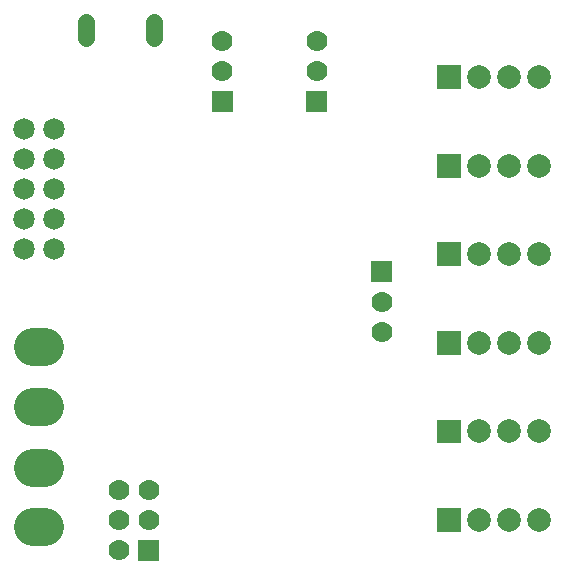
<source format=gbs>
G04 Layer: BottomSolderMaskLayer*
G04 EasyEDA v6.2.46, 2019-11-01T12:43:08+01:00*
G04 778d866c1a174c42a2ea303962b88bf4,d54f43e133bf43b298e367d61d3b1b7b,10*
G04 Gerber Generator version 0.2*
G04 Scale: 100 percent, Rotated: No, Reflected: No *
G04 Dimensions in millimeters *
G04 leading zeros omitted , absolute positions ,3 integer and 3 decimal *
%FSLAX33Y33*%
%MOMM*%
G90*
G71D02*

%ADD41C,3.203194*%
%ADD43C,1.403198*%
%ADD44C,1.778000*%
%ADD51C,2.003196*%
%ADD58C,1.827200*%

%LPD*%
G54D41*
G01X3499Y3880D02*
G01X4499Y3880D01*
G01X3499Y8879D02*
G01X4499Y8879D01*
G01X3499Y14040D02*
G01X4499Y14040D01*
G01X3499Y19120D02*
G01X4499Y19120D01*
G54D43*
G01X13699Y45300D02*
G01X13699Y46700D01*
G01X7999Y45300D02*
G01X7999Y46700D01*
G54D44*
G01X27499Y45040D03*
G01X27499Y42500D03*
G36*
G01X26611Y39072D02*
G01X26611Y40850D01*
G01X28389Y40850D01*
G01X28389Y39072D01*
G01X26611Y39072D01*
G37*
G01X19499Y45040D03*
G01X19499Y42500D03*
G36*
G01X18610Y39072D02*
G01X18610Y40850D01*
G01X20388Y40850D01*
G01X20388Y39072D01*
G01X18610Y39072D01*
G37*
G01X32999Y20460D03*
G01X32999Y23000D03*
G36*
G01X32110Y24650D02*
G01X32110Y26428D01*
G01X33888Y26428D01*
G01X33888Y24650D01*
G01X32110Y24650D01*
G37*
G36*
G01X37688Y40998D02*
G01X37688Y43002D01*
G01X39690Y43002D01*
G01X39690Y40998D01*
G01X37688Y40998D01*
G37*
G54D51*
G01X41229Y42000D03*
G01X43769Y42000D03*
G01X46309Y42000D03*
G36*
G01X37688Y33500D02*
G01X37688Y35501D01*
G01X39690Y35501D01*
G01X39690Y33500D01*
G01X37688Y33500D01*
G37*
G01X41229Y34500D03*
G01X43769Y34500D03*
G01X46309Y34500D03*
G36*
G01X37688Y25999D02*
G01X37688Y28003D01*
G01X39690Y28003D01*
G01X39690Y25999D01*
G01X37688Y25999D01*
G37*
G01X41229Y27000D03*
G01X43769Y27000D03*
G01X46309Y27000D03*
G36*
G01X37688Y18498D02*
G01X37688Y20502D01*
G01X39690Y20502D01*
G01X39690Y18498D01*
G01X37688Y18498D01*
G37*
G01X41229Y19500D03*
G01X43769Y19500D03*
G01X46309Y19500D03*
G36*
G01X37688Y10998D02*
G01X37688Y13002D01*
G01X39690Y13002D01*
G01X39690Y10998D01*
G01X37688Y10998D01*
G37*
G01X41229Y12000D03*
G01X43769Y12000D03*
G01X46309Y12000D03*
G36*
G01X37688Y3500D02*
G01X37688Y5501D01*
G01X39690Y5501D01*
G01X39690Y3500D01*
G01X37688Y3500D01*
G37*
G01X41229Y4500D03*
G01X43769Y4500D03*
G01X46309Y4500D03*
G54D44*
G01X10729Y7040D03*
G01X13269Y7040D03*
G01X10729Y4500D03*
G01X13269Y4500D03*
G01X10729Y1960D03*
G36*
G01X12379Y1071D02*
G01X12379Y2849D01*
G01X14157Y2849D01*
G01X14157Y1071D01*
G01X12379Y1071D01*
G37*
G54D58*
G01X5269Y27420D03*
G01X2729Y27420D03*
G01X5269Y29960D03*
G01X2729Y29960D03*
G01X5269Y32500D03*
G01X2729Y32500D03*
G01X5269Y35040D03*
G01X2729Y35040D03*
G01X5269Y37580D03*
G01X2729Y37580D03*
M00*
M02*

</source>
